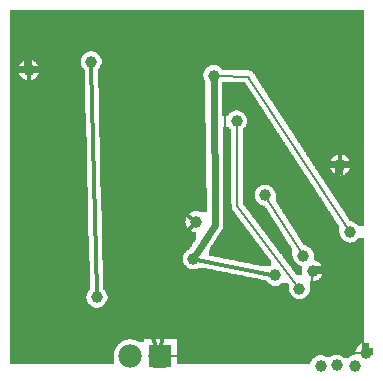
<source format=gbl>
G04 MADE WITH FRITZING*
G04 WWW.FRITZING.ORG*
G04 DOUBLE SIDED*
G04 HOLES PLATED*
G04 CONTOUR ON CENTER OF CONTOUR VECTOR*
%ASAXBY*%
%FSLAX23Y23*%
%MOIN*%
%OFA0B0*%
%SFA1.0B1.0*%
%ADD10C,0.075000*%
%ADD11C,0.078000*%
%ADD12C,0.039370*%
%ADD13R,0.078000X0.078000*%
%ADD14C,0.012000*%
%ADD15C,0.024000*%
%ADD16C,0.008000*%
%LNCOPPER0*%
G90*
G70*
G54D10*
X122Y1142D03*
X787Y443D03*
G54D11*
X539Y68D03*
X439Y68D03*
G54D12*
X718Y1002D03*
X795Y850D03*
X328Y263D03*
X1139Y704D03*
X309Y1048D03*
X101Y1020D03*
X658Y515D03*
X649Y390D03*
X889Y603D03*
X1017Y401D03*
X1003Y292D03*
X922Y336D03*
X1172Y480D03*
X1048Y351D03*
X1226Y79D03*
X1074Y34D03*
X1128Y36D03*
X1188Y35D03*
G54D13*
X539Y68D03*
G54D14*
X537Y1022D02*
X536Y604D01*
D02*
X536Y604D02*
X647Y523D01*
D02*
X579Y1070D02*
X537Y1022D01*
D02*
X997Y1068D02*
X579Y1070D01*
D02*
X1139Y718D02*
X1141Y871D01*
D02*
X1141Y871D02*
X997Y1068D01*
D02*
X486Y209D02*
X129Y207D01*
D02*
X328Y277D02*
X309Y1035D01*
D02*
X96Y241D02*
X101Y1007D01*
D02*
X129Y207D02*
X96Y241D01*
D02*
X530Y91D02*
X486Y209D01*
D02*
X650Y505D02*
X574Y413D01*
D02*
X574Y413D02*
X541Y93D01*
G54D15*
D02*
X660Y407D02*
X722Y505D01*
D02*
X722Y505D02*
X718Y983D01*
G54D16*
D02*
X1009Y413D02*
X896Y592D01*
D02*
X795Y837D02*
X796Y566D01*
D02*
X796Y566D02*
X995Y302D01*
G54D14*
D02*
X663Y388D02*
X909Y338D01*
G54D16*
D02*
X833Y999D02*
X1165Y491D01*
D02*
X731Y1002D02*
X833Y999D01*
D02*
X921Y75D02*
X1043Y203D01*
D02*
X1043Y203D02*
X1047Y338D01*
D02*
X563Y69D02*
X921Y75D01*
D02*
X1213Y79D02*
X563Y69D01*
D02*
X1039Y556D02*
X851Y895D01*
D02*
X755Y775D02*
X787Y443D01*
D02*
X851Y895D02*
X755Y960D01*
D02*
X1221Y91D02*
X1039Y556D01*
D02*
X755Y960D02*
X755Y775D01*
G36*
X40Y1220D02*
X40Y1084D01*
X316Y1084D01*
X316Y1082D01*
X320Y1082D01*
X320Y1080D01*
X324Y1080D01*
X324Y1078D01*
X328Y1078D01*
X328Y1076D01*
X330Y1076D01*
X330Y1074D01*
X332Y1074D01*
X332Y1072D01*
X334Y1072D01*
X334Y1070D01*
X336Y1070D01*
X336Y1068D01*
X338Y1068D01*
X338Y1064D01*
X340Y1064D01*
X340Y1062D01*
X342Y1062D01*
X342Y1056D01*
X344Y1056D01*
X344Y1040D01*
X342Y1040D01*
X342Y1038D01*
X724Y1038D01*
X724Y1036D01*
X730Y1036D01*
X730Y1034D01*
X734Y1034D01*
X734Y1032D01*
X736Y1032D01*
X736Y1030D01*
X738Y1030D01*
X738Y1028D01*
X740Y1028D01*
X740Y1026D01*
X742Y1026D01*
X742Y1024D01*
X744Y1024D01*
X744Y1022D01*
X764Y1022D01*
X764Y1020D01*
X834Y1020D01*
X834Y1018D01*
X842Y1018D01*
X842Y1016D01*
X846Y1016D01*
X846Y1014D01*
X848Y1014D01*
X848Y1012D01*
X850Y1012D01*
X850Y1008D01*
X852Y1008D01*
X852Y1006D01*
X854Y1006D01*
X854Y1002D01*
X856Y1002D01*
X856Y1000D01*
X858Y1000D01*
X858Y996D01*
X860Y996D01*
X860Y994D01*
X862Y994D01*
X862Y990D01*
X864Y990D01*
X864Y986D01*
X866Y986D01*
X866Y984D01*
X868Y984D01*
X868Y980D01*
X870Y980D01*
X870Y978D01*
X872Y978D01*
X872Y974D01*
X874Y974D01*
X874Y972D01*
X876Y972D01*
X876Y968D01*
X878Y968D01*
X878Y966D01*
X880Y966D01*
X880Y962D01*
X882Y962D01*
X882Y960D01*
X884Y960D01*
X884Y956D01*
X886Y956D01*
X886Y954D01*
X888Y954D01*
X888Y950D01*
X890Y950D01*
X890Y948D01*
X892Y948D01*
X892Y944D01*
X894Y944D01*
X894Y942D01*
X896Y942D01*
X896Y938D01*
X898Y938D01*
X898Y934D01*
X900Y934D01*
X900Y932D01*
X902Y932D01*
X902Y928D01*
X904Y928D01*
X904Y926D01*
X906Y926D01*
X906Y922D01*
X908Y922D01*
X908Y920D01*
X910Y920D01*
X910Y916D01*
X912Y916D01*
X912Y914D01*
X914Y914D01*
X914Y910D01*
X916Y910D01*
X916Y908D01*
X918Y908D01*
X918Y904D01*
X920Y904D01*
X920Y902D01*
X922Y902D01*
X922Y898D01*
X924Y898D01*
X924Y896D01*
X926Y896D01*
X926Y892D01*
X928Y892D01*
X928Y888D01*
X930Y888D01*
X930Y886D01*
X932Y886D01*
X932Y882D01*
X934Y882D01*
X934Y880D01*
X936Y880D01*
X936Y876D01*
X938Y876D01*
X938Y874D01*
X940Y874D01*
X940Y870D01*
X942Y870D01*
X942Y868D01*
X944Y868D01*
X944Y864D01*
X946Y864D01*
X946Y862D01*
X948Y862D01*
X948Y858D01*
X950Y858D01*
X950Y856D01*
X952Y856D01*
X952Y852D01*
X954Y852D01*
X954Y850D01*
X956Y850D01*
X956Y846D01*
X958Y846D01*
X958Y844D01*
X960Y844D01*
X960Y840D01*
X962Y840D01*
X962Y836D01*
X964Y836D01*
X964Y834D01*
X966Y834D01*
X966Y830D01*
X968Y830D01*
X968Y828D01*
X970Y828D01*
X970Y824D01*
X972Y824D01*
X972Y822D01*
X974Y822D01*
X974Y818D01*
X976Y818D01*
X976Y816D01*
X978Y816D01*
X978Y812D01*
X980Y812D01*
X980Y810D01*
X982Y810D01*
X982Y806D01*
X984Y806D01*
X984Y804D01*
X986Y804D01*
X986Y800D01*
X988Y800D01*
X988Y798D01*
X990Y798D01*
X990Y794D01*
X992Y794D01*
X992Y790D01*
X994Y790D01*
X994Y788D01*
X996Y788D01*
X996Y784D01*
X998Y784D01*
X998Y782D01*
X1000Y782D01*
X1000Y778D01*
X1002Y778D01*
X1002Y776D01*
X1004Y776D01*
X1004Y772D01*
X1006Y772D01*
X1006Y770D01*
X1008Y770D01*
X1008Y766D01*
X1010Y766D01*
X1010Y764D01*
X1012Y764D01*
X1012Y760D01*
X1014Y760D01*
X1014Y758D01*
X1016Y758D01*
X1016Y754D01*
X1018Y754D01*
X1018Y752D01*
X1020Y752D01*
X1020Y748D01*
X1022Y748D01*
X1022Y746D01*
X1024Y746D01*
X1024Y742D01*
X1026Y742D01*
X1026Y740D01*
X1146Y740D01*
X1146Y738D01*
X1152Y738D01*
X1152Y736D01*
X1156Y736D01*
X1156Y734D01*
X1158Y734D01*
X1158Y732D01*
X1160Y732D01*
X1160Y730D01*
X1162Y730D01*
X1162Y728D01*
X1164Y728D01*
X1164Y726D01*
X1166Y726D01*
X1166Y724D01*
X1168Y724D01*
X1168Y722D01*
X1170Y722D01*
X1170Y718D01*
X1172Y718D01*
X1172Y714D01*
X1174Y714D01*
X1174Y696D01*
X1172Y696D01*
X1172Y690D01*
X1170Y690D01*
X1170Y688D01*
X1168Y688D01*
X1168Y684D01*
X1166Y684D01*
X1166Y682D01*
X1164Y682D01*
X1164Y680D01*
X1162Y680D01*
X1162Y678D01*
X1160Y678D01*
X1160Y676D01*
X1156Y676D01*
X1156Y674D01*
X1154Y674D01*
X1154Y672D01*
X1150Y672D01*
X1150Y670D01*
X1142Y670D01*
X1142Y668D01*
X1218Y668D01*
X1218Y1220D01*
X40Y1220D01*
G37*
D02*
G36*
X40Y1084D02*
X40Y1056D01*
X108Y1056D01*
X108Y1054D01*
X114Y1054D01*
X114Y1052D01*
X118Y1052D01*
X118Y1050D01*
X120Y1050D01*
X120Y1048D01*
X122Y1048D01*
X122Y1046D01*
X124Y1046D01*
X124Y1044D01*
X126Y1044D01*
X126Y1042D01*
X128Y1042D01*
X128Y1040D01*
X130Y1040D01*
X130Y1038D01*
X132Y1038D01*
X132Y1034D01*
X134Y1034D01*
X134Y1030D01*
X136Y1030D01*
X136Y1012D01*
X134Y1012D01*
X134Y1006D01*
X132Y1006D01*
X132Y1004D01*
X130Y1004D01*
X130Y1000D01*
X128Y1000D01*
X128Y998D01*
X126Y998D01*
X126Y996D01*
X124Y996D01*
X124Y994D01*
X122Y994D01*
X122Y992D01*
X118Y992D01*
X118Y990D01*
X116Y990D01*
X116Y988D01*
X112Y988D01*
X112Y986D01*
X102Y986D01*
X102Y984D01*
X288Y984D01*
X288Y1022D01*
X286Y1022D01*
X286Y1024D01*
X284Y1024D01*
X284Y1026D01*
X282Y1026D01*
X282Y1028D01*
X280Y1028D01*
X280Y1032D01*
X278Y1032D01*
X278Y1034D01*
X276Y1034D01*
X276Y1040D01*
X274Y1040D01*
X274Y1058D01*
X276Y1058D01*
X276Y1062D01*
X278Y1062D01*
X278Y1066D01*
X280Y1066D01*
X280Y1068D01*
X282Y1068D01*
X282Y1070D01*
X284Y1070D01*
X284Y1072D01*
X286Y1072D01*
X286Y1074D01*
X288Y1074D01*
X288Y1076D01*
X290Y1076D01*
X290Y1078D01*
X294Y1078D01*
X294Y1080D01*
X296Y1080D01*
X296Y1082D01*
X302Y1082D01*
X302Y1084D01*
X40Y1084D01*
G37*
D02*
G36*
X40Y1056D02*
X40Y984D01*
X100Y984D01*
X100Y986D01*
X92Y986D01*
X92Y988D01*
X88Y988D01*
X88Y990D01*
X84Y990D01*
X84Y992D01*
X82Y992D01*
X82Y994D01*
X78Y994D01*
X78Y996D01*
X76Y996D01*
X76Y998D01*
X74Y998D01*
X74Y1002D01*
X72Y1002D01*
X72Y1004D01*
X70Y1004D01*
X70Y1008D01*
X68Y1008D01*
X68Y1012D01*
X66Y1012D01*
X66Y1028D01*
X68Y1028D01*
X68Y1034D01*
X70Y1034D01*
X70Y1036D01*
X72Y1036D01*
X72Y1040D01*
X74Y1040D01*
X74Y1042D01*
X76Y1042D01*
X76Y1044D01*
X78Y1044D01*
X78Y1046D01*
X80Y1046D01*
X80Y1048D01*
X82Y1048D01*
X82Y1050D01*
X86Y1050D01*
X86Y1052D01*
X88Y1052D01*
X88Y1054D01*
X94Y1054D01*
X94Y1056D01*
X40Y1056D01*
G37*
D02*
G36*
X342Y1038D02*
X342Y1036D01*
X340Y1036D01*
X340Y1032D01*
X338Y1032D01*
X338Y1028D01*
X336Y1028D01*
X336Y1026D01*
X334Y1026D01*
X334Y1024D01*
X332Y1024D01*
X332Y960D01*
X334Y960D01*
X334Y878D01*
X336Y878D01*
X336Y796D01*
X338Y796D01*
X338Y714D01*
X340Y714D01*
X340Y632D01*
X342Y632D01*
X342Y550D01*
X668Y550D01*
X668Y548D01*
X672Y548D01*
X672Y546D01*
X694Y546D01*
X694Y628D01*
X692Y628D01*
X692Y844D01*
X690Y844D01*
X690Y984D01*
X688Y984D01*
X688Y986D01*
X686Y986D01*
X686Y990D01*
X684Y990D01*
X684Y996D01*
X682Y996D01*
X682Y1010D01*
X684Y1010D01*
X684Y1014D01*
X686Y1014D01*
X686Y1018D01*
X688Y1018D01*
X688Y1022D01*
X690Y1022D01*
X690Y1024D01*
X692Y1024D01*
X692Y1026D01*
X694Y1026D01*
X694Y1028D01*
X696Y1028D01*
X696Y1030D01*
X698Y1030D01*
X698Y1032D01*
X702Y1032D01*
X702Y1034D01*
X706Y1034D01*
X706Y1036D01*
X710Y1036D01*
X710Y1038D01*
X342Y1038D01*
G37*
D02*
G36*
X40Y984D02*
X40Y982D01*
X288Y982D01*
X288Y984D01*
X40Y984D01*
G37*
D02*
G36*
X40Y984D02*
X40Y982D01*
X288Y982D01*
X288Y984D01*
X40Y984D01*
G37*
D02*
G36*
X40Y982D02*
X40Y228D01*
X320Y228D01*
X320Y230D01*
X316Y230D01*
X316Y232D01*
X312Y232D01*
X312Y234D01*
X308Y234D01*
X308Y236D01*
X306Y236D01*
X306Y238D01*
X304Y238D01*
X304Y240D01*
X302Y240D01*
X302Y242D01*
X300Y242D01*
X300Y244D01*
X298Y244D01*
X298Y248D01*
X296Y248D01*
X296Y252D01*
X294Y252D01*
X294Y258D01*
X292Y258D01*
X292Y268D01*
X294Y268D01*
X294Y274D01*
X296Y274D01*
X296Y278D01*
X298Y278D01*
X298Y282D01*
X300Y282D01*
X300Y284D01*
X302Y284D01*
X302Y286D01*
X304Y286D01*
X304Y384D01*
X302Y384D01*
X302Y466D01*
X300Y466D01*
X300Y550D01*
X298Y550D01*
X298Y632D01*
X296Y632D01*
X296Y714D01*
X294Y714D01*
X294Y796D01*
X292Y796D01*
X292Y878D01*
X290Y878D01*
X290Y960D01*
X288Y960D01*
X288Y982D01*
X40Y982D01*
G37*
D02*
G36*
X746Y980D02*
X746Y886D01*
X800Y886D01*
X800Y884D01*
X806Y884D01*
X806Y882D01*
X810Y882D01*
X810Y880D01*
X812Y880D01*
X812Y878D01*
X814Y878D01*
X814Y876D01*
X818Y876D01*
X818Y872D01*
X820Y872D01*
X820Y870D01*
X822Y870D01*
X822Y868D01*
X824Y868D01*
X824Y864D01*
X826Y864D01*
X826Y860D01*
X828Y860D01*
X828Y854D01*
X830Y854D01*
X830Y848D01*
X828Y848D01*
X828Y840D01*
X826Y840D01*
X826Y836D01*
X824Y836D01*
X824Y832D01*
X822Y832D01*
X822Y830D01*
X820Y830D01*
X820Y828D01*
X818Y828D01*
X818Y826D01*
X816Y826D01*
X816Y824D01*
X814Y824D01*
X814Y706D01*
X816Y706D01*
X816Y640D01*
X890Y640D01*
X890Y638D01*
X898Y638D01*
X898Y636D01*
X902Y636D01*
X902Y634D01*
X906Y634D01*
X906Y632D01*
X908Y632D01*
X908Y630D01*
X912Y630D01*
X912Y628D01*
X914Y628D01*
X914Y626D01*
X916Y626D01*
X916Y622D01*
X918Y622D01*
X918Y620D01*
X920Y620D01*
X920Y616D01*
X922Y616D01*
X922Y612D01*
X924Y612D01*
X924Y584D01*
X926Y584D01*
X926Y580D01*
X928Y580D01*
X928Y578D01*
X930Y578D01*
X930Y574D01*
X932Y574D01*
X932Y572D01*
X934Y572D01*
X934Y568D01*
X936Y568D01*
X936Y564D01*
X938Y564D01*
X938Y562D01*
X940Y562D01*
X940Y558D01*
X942Y558D01*
X942Y556D01*
X944Y556D01*
X944Y552D01*
X946Y552D01*
X946Y548D01*
X948Y548D01*
X948Y546D01*
X950Y546D01*
X950Y542D01*
X952Y542D01*
X952Y540D01*
X954Y540D01*
X954Y536D01*
X956Y536D01*
X956Y534D01*
X958Y534D01*
X958Y530D01*
X960Y530D01*
X960Y526D01*
X962Y526D01*
X962Y524D01*
X964Y524D01*
X964Y520D01*
X966Y520D01*
X966Y518D01*
X968Y518D01*
X968Y514D01*
X970Y514D01*
X970Y510D01*
X972Y510D01*
X972Y508D01*
X974Y508D01*
X974Y504D01*
X976Y504D01*
X976Y502D01*
X978Y502D01*
X978Y498D01*
X980Y498D01*
X980Y496D01*
X982Y496D01*
X982Y492D01*
X984Y492D01*
X984Y488D01*
X986Y488D01*
X986Y486D01*
X988Y486D01*
X988Y482D01*
X990Y482D01*
X990Y480D01*
X992Y480D01*
X992Y476D01*
X994Y476D01*
X994Y474D01*
X996Y474D01*
X996Y470D01*
X998Y470D01*
X998Y466D01*
X1000Y466D01*
X1000Y464D01*
X1002Y464D01*
X1002Y460D01*
X1004Y460D01*
X1004Y458D01*
X1006Y458D01*
X1006Y454D01*
X1008Y454D01*
X1008Y450D01*
X1010Y450D01*
X1010Y448D01*
X1012Y448D01*
X1012Y444D01*
X1168Y444D01*
X1168Y446D01*
X1162Y446D01*
X1162Y448D01*
X1158Y448D01*
X1158Y450D01*
X1154Y450D01*
X1154Y452D01*
X1152Y452D01*
X1152Y454D01*
X1150Y454D01*
X1150Y456D01*
X1148Y456D01*
X1148Y458D01*
X1146Y458D01*
X1146Y460D01*
X1144Y460D01*
X1144Y462D01*
X1142Y462D01*
X1142Y466D01*
X1140Y466D01*
X1140Y470D01*
X1138Y470D01*
X1138Y476D01*
X1136Y476D01*
X1136Y500D01*
X1134Y500D01*
X1134Y504D01*
X1132Y504D01*
X1132Y506D01*
X1130Y506D01*
X1130Y510D01*
X1128Y510D01*
X1128Y512D01*
X1126Y512D01*
X1126Y516D01*
X1124Y516D01*
X1124Y518D01*
X1122Y518D01*
X1122Y522D01*
X1120Y522D01*
X1120Y524D01*
X1118Y524D01*
X1118Y528D01*
X1116Y528D01*
X1116Y532D01*
X1114Y532D01*
X1114Y534D01*
X1112Y534D01*
X1112Y538D01*
X1110Y538D01*
X1110Y540D01*
X1108Y540D01*
X1108Y544D01*
X1106Y544D01*
X1106Y546D01*
X1104Y546D01*
X1104Y550D01*
X1102Y550D01*
X1102Y552D01*
X1100Y552D01*
X1100Y556D01*
X1098Y556D01*
X1098Y558D01*
X1096Y558D01*
X1096Y562D01*
X1094Y562D01*
X1094Y564D01*
X1092Y564D01*
X1092Y568D01*
X1090Y568D01*
X1090Y570D01*
X1088Y570D01*
X1088Y574D01*
X1086Y574D01*
X1086Y576D01*
X1084Y576D01*
X1084Y580D01*
X1082Y580D01*
X1082Y584D01*
X1080Y584D01*
X1080Y586D01*
X1078Y586D01*
X1078Y590D01*
X1076Y590D01*
X1076Y592D01*
X1074Y592D01*
X1074Y596D01*
X1072Y596D01*
X1072Y598D01*
X1070Y598D01*
X1070Y602D01*
X1068Y602D01*
X1068Y604D01*
X1066Y604D01*
X1066Y608D01*
X1064Y608D01*
X1064Y610D01*
X1062Y610D01*
X1062Y614D01*
X1060Y614D01*
X1060Y616D01*
X1058Y616D01*
X1058Y620D01*
X1056Y620D01*
X1056Y622D01*
X1054Y622D01*
X1054Y626D01*
X1052Y626D01*
X1052Y630D01*
X1050Y630D01*
X1050Y632D01*
X1048Y632D01*
X1048Y636D01*
X1046Y636D01*
X1046Y638D01*
X1044Y638D01*
X1044Y642D01*
X1042Y642D01*
X1042Y644D01*
X1040Y644D01*
X1040Y648D01*
X1038Y648D01*
X1038Y650D01*
X1036Y650D01*
X1036Y654D01*
X1034Y654D01*
X1034Y656D01*
X1032Y656D01*
X1032Y660D01*
X1030Y660D01*
X1030Y662D01*
X1028Y662D01*
X1028Y666D01*
X1026Y666D01*
X1026Y668D01*
X1024Y668D01*
X1024Y672D01*
X1022Y672D01*
X1022Y674D01*
X1020Y674D01*
X1020Y678D01*
X1018Y678D01*
X1018Y682D01*
X1016Y682D01*
X1016Y684D01*
X1014Y684D01*
X1014Y688D01*
X1012Y688D01*
X1012Y690D01*
X1010Y690D01*
X1010Y694D01*
X1008Y694D01*
X1008Y696D01*
X1006Y696D01*
X1006Y700D01*
X1004Y700D01*
X1004Y702D01*
X1002Y702D01*
X1002Y706D01*
X1000Y706D01*
X1000Y708D01*
X998Y708D01*
X998Y712D01*
X996Y712D01*
X996Y714D01*
X994Y714D01*
X994Y718D01*
X992Y718D01*
X992Y720D01*
X990Y720D01*
X990Y724D01*
X988Y724D01*
X988Y728D01*
X986Y728D01*
X986Y730D01*
X984Y730D01*
X984Y734D01*
X982Y734D01*
X982Y736D01*
X980Y736D01*
X980Y740D01*
X978Y740D01*
X978Y742D01*
X976Y742D01*
X976Y746D01*
X974Y746D01*
X974Y748D01*
X972Y748D01*
X972Y752D01*
X970Y752D01*
X970Y754D01*
X968Y754D01*
X968Y758D01*
X966Y758D01*
X966Y760D01*
X964Y760D01*
X964Y764D01*
X962Y764D01*
X962Y766D01*
X960Y766D01*
X960Y770D01*
X958Y770D01*
X958Y772D01*
X956Y772D01*
X956Y776D01*
X954Y776D01*
X954Y780D01*
X952Y780D01*
X952Y782D01*
X950Y782D01*
X950Y786D01*
X948Y786D01*
X948Y788D01*
X946Y788D01*
X946Y792D01*
X944Y792D01*
X944Y794D01*
X942Y794D01*
X942Y798D01*
X940Y798D01*
X940Y800D01*
X938Y800D01*
X938Y804D01*
X936Y804D01*
X936Y806D01*
X934Y806D01*
X934Y810D01*
X932Y810D01*
X932Y812D01*
X930Y812D01*
X930Y816D01*
X928Y816D01*
X928Y818D01*
X926Y818D01*
X926Y822D01*
X924Y822D01*
X924Y824D01*
X922Y824D01*
X922Y828D01*
X920Y828D01*
X920Y832D01*
X918Y832D01*
X918Y834D01*
X916Y834D01*
X916Y838D01*
X914Y838D01*
X914Y840D01*
X912Y840D01*
X912Y844D01*
X910Y844D01*
X910Y846D01*
X908Y846D01*
X908Y850D01*
X906Y850D01*
X906Y852D01*
X904Y852D01*
X904Y856D01*
X902Y856D01*
X902Y858D01*
X900Y858D01*
X900Y862D01*
X898Y862D01*
X898Y864D01*
X896Y864D01*
X896Y868D01*
X894Y868D01*
X894Y870D01*
X892Y870D01*
X892Y874D01*
X890Y874D01*
X890Y878D01*
X888Y878D01*
X888Y880D01*
X886Y880D01*
X886Y884D01*
X884Y884D01*
X884Y886D01*
X882Y886D01*
X882Y890D01*
X880Y890D01*
X880Y892D01*
X878Y892D01*
X878Y896D01*
X876Y896D01*
X876Y898D01*
X874Y898D01*
X874Y902D01*
X872Y902D01*
X872Y904D01*
X870Y904D01*
X870Y908D01*
X868Y908D01*
X868Y910D01*
X866Y910D01*
X866Y914D01*
X864Y914D01*
X864Y916D01*
X862Y916D01*
X862Y920D01*
X860Y920D01*
X860Y922D01*
X858Y922D01*
X858Y926D01*
X856Y926D01*
X856Y930D01*
X854Y930D01*
X854Y932D01*
X852Y932D01*
X852Y936D01*
X850Y936D01*
X850Y938D01*
X848Y938D01*
X848Y942D01*
X846Y942D01*
X846Y944D01*
X844Y944D01*
X844Y948D01*
X842Y948D01*
X842Y950D01*
X840Y950D01*
X840Y954D01*
X838Y954D01*
X838Y956D01*
X836Y956D01*
X836Y960D01*
X834Y960D01*
X834Y962D01*
X832Y962D01*
X832Y966D01*
X830Y966D01*
X830Y968D01*
X828Y968D01*
X828Y972D01*
X826Y972D01*
X826Y976D01*
X824Y976D01*
X824Y978D01*
X822Y978D01*
X822Y980D01*
X746Y980D01*
G37*
D02*
G36*
X746Y886D02*
X746Y868D01*
X766Y868D01*
X766Y872D01*
X768Y872D01*
X768Y874D01*
X770Y874D01*
X770Y876D01*
X772Y876D01*
X772Y878D01*
X776Y878D01*
X776Y880D01*
X778Y880D01*
X778Y882D01*
X782Y882D01*
X782Y884D01*
X788Y884D01*
X788Y886D01*
X746Y886D01*
G37*
D02*
G36*
X1026Y740D02*
X1026Y738D01*
X1028Y738D01*
X1028Y736D01*
X1030Y736D01*
X1030Y732D01*
X1032Y732D01*
X1032Y730D01*
X1034Y730D01*
X1034Y726D01*
X1036Y726D01*
X1036Y724D01*
X1038Y724D01*
X1038Y720D01*
X1040Y720D01*
X1040Y718D01*
X1042Y718D01*
X1042Y714D01*
X1044Y714D01*
X1044Y712D01*
X1046Y712D01*
X1046Y708D01*
X1048Y708D01*
X1048Y706D01*
X1050Y706D01*
X1050Y702D01*
X1052Y702D01*
X1052Y700D01*
X1054Y700D01*
X1054Y696D01*
X1056Y696D01*
X1056Y692D01*
X1058Y692D01*
X1058Y690D01*
X1060Y690D01*
X1060Y686D01*
X1062Y686D01*
X1062Y684D01*
X1064Y684D01*
X1064Y680D01*
X1066Y680D01*
X1066Y678D01*
X1068Y678D01*
X1068Y674D01*
X1070Y674D01*
X1070Y672D01*
X1072Y672D01*
X1072Y668D01*
X1138Y668D01*
X1138Y670D01*
X1130Y670D01*
X1130Y672D01*
X1126Y672D01*
X1126Y674D01*
X1122Y674D01*
X1122Y676D01*
X1120Y676D01*
X1120Y678D01*
X1116Y678D01*
X1116Y680D01*
X1114Y680D01*
X1114Y682D01*
X1112Y682D01*
X1112Y686D01*
X1110Y686D01*
X1110Y688D01*
X1108Y688D01*
X1108Y692D01*
X1106Y692D01*
X1106Y696D01*
X1104Y696D01*
X1104Y712D01*
X1106Y712D01*
X1106Y718D01*
X1108Y718D01*
X1108Y720D01*
X1110Y720D01*
X1110Y724D01*
X1112Y724D01*
X1112Y726D01*
X1114Y726D01*
X1114Y728D01*
X1116Y728D01*
X1116Y730D01*
X1118Y730D01*
X1118Y732D01*
X1120Y732D01*
X1120Y734D01*
X1124Y734D01*
X1124Y736D01*
X1128Y736D01*
X1128Y738D01*
X1132Y738D01*
X1132Y740D01*
X1026Y740D01*
G37*
D02*
G36*
X1074Y668D02*
X1074Y666D01*
X1218Y666D01*
X1218Y668D01*
X1074Y668D01*
G37*
D02*
G36*
X1074Y668D02*
X1074Y666D01*
X1218Y666D01*
X1218Y668D01*
X1074Y668D01*
G37*
D02*
G36*
X1076Y666D02*
X1076Y662D01*
X1078Y662D01*
X1078Y660D01*
X1080Y660D01*
X1080Y656D01*
X1082Y656D01*
X1082Y654D01*
X1084Y654D01*
X1084Y650D01*
X1086Y650D01*
X1086Y648D01*
X1088Y648D01*
X1088Y644D01*
X1090Y644D01*
X1090Y640D01*
X1092Y640D01*
X1092Y638D01*
X1094Y638D01*
X1094Y634D01*
X1096Y634D01*
X1096Y632D01*
X1098Y632D01*
X1098Y628D01*
X1100Y628D01*
X1100Y626D01*
X1102Y626D01*
X1102Y622D01*
X1104Y622D01*
X1104Y620D01*
X1106Y620D01*
X1106Y616D01*
X1108Y616D01*
X1108Y614D01*
X1110Y614D01*
X1110Y610D01*
X1112Y610D01*
X1112Y608D01*
X1114Y608D01*
X1114Y604D01*
X1116Y604D01*
X1116Y602D01*
X1118Y602D01*
X1118Y598D01*
X1120Y598D01*
X1120Y596D01*
X1122Y596D01*
X1122Y592D01*
X1124Y592D01*
X1124Y588D01*
X1126Y588D01*
X1126Y586D01*
X1128Y586D01*
X1128Y582D01*
X1130Y582D01*
X1130Y580D01*
X1132Y580D01*
X1132Y576D01*
X1134Y576D01*
X1134Y574D01*
X1136Y574D01*
X1136Y570D01*
X1138Y570D01*
X1138Y568D01*
X1140Y568D01*
X1140Y564D01*
X1142Y564D01*
X1142Y562D01*
X1144Y562D01*
X1144Y558D01*
X1146Y558D01*
X1146Y556D01*
X1148Y556D01*
X1148Y552D01*
X1150Y552D01*
X1150Y550D01*
X1152Y550D01*
X1152Y546D01*
X1154Y546D01*
X1154Y542D01*
X1156Y542D01*
X1156Y540D01*
X1158Y540D01*
X1158Y536D01*
X1160Y536D01*
X1160Y534D01*
X1162Y534D01*
X1162Y530D01*
X1164Y530D01*
X1164Y528D01*
X1166Y528D01*
X1166Y524D01*
X1168Y524D01*
X1168Y522D01*
X1170Y522D01*
X1170Y518D01*
X1172Y518D01*
X1172Y516D01*
X1178Y516D01*
X1178Y514D01*
X1184Y514D01*
X1184Y512D01*
X1188Y512D01*
X1188Y510D01*
X1190Y510D01*
X1190Y508D01*
X1192Y508D01*
X1192Y506D01*
X1196Y506D01*
X1196Y504D01*
X1198Y504D01*
X1198Y500D01*
X1218Y500D01*
X1218Y666D01*
X1076Y666D01*
G37*
D02*
G36*
X816Y640D02*
X816Y572D01*
X818Y572D01*
X818Y570D01*
X820Y570D01*
X820Y566D01*
X822Y566D01*
X822Y564D01*
X824Y564D01*
X824Y562D01*
X826Y562D01*
X826Y558D01*
X828Y558D01*
X828Y556D01*
X830Y556D01*
X830Y554D01*
X832Y554D01*
X832Y550D01*
X834Y550D01*
X834Y548D01*
X836Y548D01*
X836Y546D01*
X838Y546D01*
X838Y542D01*
X840Y542D01*
X840Y540D01*
X842Y540D01*
X842Y538D01*
X844Y538D01*
X844Y534D01*
X846Y534D01*
X846Y532D01*
X848Y532D01*
X848Y530D01*
X850Y530D01*
X850Y526D01*
X852Y526D01*
X852Y524D01*
X854Y524D01*
X854Y522D01*
X856Y522D01*
X856Y520D01*
X858Y520D01*
X858Y516D01*
X860Y516D01*
X860Y514D01*
X862Y514D01*
X862Y512D01*
X864Y512D01*
X864Y508D01*
X866Y508D01*
X866Y506D01*
X868Y506D01*
X868Y504D01*
X870Y504D01*
X870Y500D01*
X872Y500D01*
X872Y498D01*
X874Y498D01*
X874Y496D01*
X876Y496D01*
X876Y492D01*
X878Y492D01*
X878Y490D01*
X880Y490D01*
X880Y488D01*
X882Y488D01*
X882Y484D01*
X884Y484D01*
X884Y482D01*
X886Y482D01*
X886Y480D01*
X888Y480D01*
X888Y476D01*
X890Y476D01*
X890Y474D01*
X892Y474D01*
X892Y472D01*
X894Y472D01*
X894Y468D01*
X896Y468D01*
X896Y466D01*
X898Y466D01*
X898Y464D01*
X900Y464D01*
X900Y460D01*
X902Y460D01*
X902Y458D01*
X904Y458D01*
X904Y456D01*
X906Y456D01*
X906Y452D01*
X908Y452D01*
X908Y450D01*
X910Y450D01*
X910Y448D01*
X912Y448D01*
X912Y444D01*
X914Y444D01*
X914Y442D01*
X916Y442D01*
X916Y440D01*
X918Y440D01*
X918Y436D01*
X920Y436D01*
X920Y434D01*
X922Y434D01*
X922Y432D01*
X924Y432D01*
X924Y428D01*
X926Y428D01*
X926Y426D01*
X928Y426D01*
X928Y424D01*
X930Y424D01*
X930Y420D01*
X932Y420D01*
X932Y418D01*
X934Y418D01*
X934Y416D01*
X936Y416D01*
X936Y412D01*
X938Y412D01*
X938Y410D01*
X940Y410D01*
X940Y408D01*
X942Y408D01*
X942Y406D01*
X944Y406D01*
X944Y402D01*
X946Y402D01*
X946Y400D01*
X948Y400D01*
X948Y398D01*
X950Y398D01*
X950Y394D01*
X952Y394D01*
X952Y392D01*
X954Y392D01*
X954Y390D01*
X956Y390D01*
X956Y386D01*
X958Y386D01*
X958Y384D01*
X960Y384D01*
X960Y382D01*
X962Y382D01*
X962Y378D01*
X964Y378D01*
X964Y376D01*
X966Y376D01*
X966Y374D01*
X968Y374D01*
X968Y370D01*
X970Y370D01*
X970Y368D01*
X972Y368D01*
X972Y366D01*
X974Y366D01*
X974Y362D01*
X976Y362D01*
X976Y360D01*
X978Y360D01*
X978Y358D01*
X980Y358D01*
X980Y354D01*
X982Y354D01*
X982Y352D01*
X984Y352D01*
X984Y350D01*
X986Y350D01*
X986Y346D01*
X988Y346D01*
X988Y344D01*
X990Y344D01*
X990Y342D01*
X992Y342D01*
X992Y338D01*
X1012Y338D01*
X1012Y366D01*
X1010Y366D01*
X1010Y368D01*
X1004Y368D01*
X1004Y370D01*
X1000Y370D01*
X1000Y372D01*
X998Y372D01*
X998Y374D01*
X996Y374D01*
X996Y376D01*
X992Y376D01*
X992Y380D01*
X990Y380D01*
X990Y382D01*
X988Y382D01*
X988Y384D01*
X986Y384D01*
X986Y388D01*
X984Y388D01*
X984Y392D01*
X982Y392D01*
X982Y400D01*
X980Y400D01*
X980Y424D01*
X978Y424D01*
X978Y426D01*
X976Y426D01*
X976Y430D01*
X974Y430D01*
X974Y434D01*
X972Y434D01*
X972Y436D01*
X970Y436D01*
X970Y440D01*
X968Y440D01*
X968Y442D01*
X966Y442D01*
X966Y446D01*
X964Y446D01*
X964Y448D01*
X962Y448D01*
X962Y452D01*
X960Y452D01*
X960Y456D01*
X958Y456D01*
X958Y458D01*
X956Y458D01*
X956Y462D01*
X954Y462D01*
X954Y464D01*
X952Y464D01*
X952Y468D01*
X950Y468D01*
X950Y470D01*
X948Y470D01*
X948Y474D01*
X946Y474D01*
X946Y478D01*
X944Y478D01*
X944Y480D01*
X942Y480D01*
X942Y484D01*
X940Y484D01*
X940Y486D01*
X938Y486D01*
X938Y490D01*
X936Y490D01*
X936Y494D01*
X934Y494D01*
X934Y496D01*
X932Y496D01*
X932Y500D01*
X930Y500D01*
X930Y502D01*
X928Y502D01*
X928Y506D01*
X926Y506D01*
X926Y508D01*
X924Y508D01*
X924Y512D01*
X922Y512D01*
X922Y516D01*
X920Y516D01*
X920Y518D01*
X918Y518D01*
X918Y522D01*
X916Y522D01*
X916Y524D01*
X914Y524D01*
X914Y528D01*
X912Y528D01*
X912Y530D01*
X910Y530D01*
X910Y534D01*
X908Y534D01*
X908Y538D01*
X906Y538D01*
X906Y540D01*
X904Y540D01*
X904Y544D01*
X902Y544D01*
X902Y546D01*
X900Y546D01*
X900Y550D01*
X898Y550D01*
X898Y554D01*
X896Y554D01*
X896Y556D01*
X894Y556D01*
X894Y560D01*
X892Y560D01*
X892Y562D01*
X890Y562D01*
X890Y566D01*
X888Y566D01*
X888Y568D01*
X882Y568D01*
X882Y570D01*
X876Y570D01*
X876Y572D01*
X872Y572D01*
X872Y574D01*
X870Y574D01*
X870Y576D01*
X868Y576D01*
X868Y578D01*
X866Y578D01*
X866Y580D01*
X864Y580D01*
X864Y582D01*
X862Y582D01*
X862Y584D01*
X860Y584D01*
X860Y586D01*
X858Y586D01*
X858Y590D01*
X856Y590D01*
X856Y594D01*
X854Y594D01*
X854Y612D01*
X856Y612D01*
X856Y618D01*
X858Y618D01*
X858Y620D01*
X860Y620D01*
X860Y624D01*
X862Y624D01*
X862Y626D01*
X864Y626D01*
X864Y628D01*
X866Y628D01*
X866Y630D01*
X868Y630D01*
X868Y632D01*
X872Y632D01*
X872Y634D01*
X874Y634D01*
X874Y636D01*
X880Y636D01*
X880Y638D01*
X888Y638D01*
X888Y640D01*
X816Y640D01*
G37*
D02*
G36*
X344Y550D02*
X344Y468D01*
X346Y468D01*
X346Y386D01*
X348Y386D01*
X348Y356D01*
X640Y356D01*
X640Y358D01*
X636Y358D01*
X636Y360D01*
X632Y360D01*
X632Y362D01*
X630Y362D01*
X630Y364D01*
X628Y364D01*
X628Y366D01*
X624Y366D01*
X624Y370D01*
X622Y370D01*
X622Y372D01*
X620Y372D01*
X620Y374D01*
X618Y374D01*
X618Y378D01*
X616Y378D01*
X616Y382D01*
X614Y382D01*
X614Y398D01*
X616Y398D01*
X616Y404D01*
X618Y404D01*
X618Y406D01*
X620Y406D01*
X620Y410D01*
X622Y410D01*
X622Y412D01*
X624Y412D01*
X624Y414D01*
X626Y414D01*
X626Y416D01*
X628Y416D01*
X628Y418D01*
X630Y418D01*
X630Y420D01*
X634Y420D01*
X634Y422D01*
X636Y422D01*
X636Y424D01*
X638Y424D01*
X638Y426D01*
X640Y426D01*
X640Y430D01*
X642Y430D01*
X642Y432D01*
X644Y432D01*
X644Y436D01*
X646Y436D01*
X646Y440D01*
X648Y440D01*
X648Y442D01*
X650Y442D01*
X650Y446D01*
X652Y446D01*
X652Y448D01*
X654Y448D01*
X654Y452D01*
X656Y452D01*
X656Y454D01*
X658Y454D01*
X658Y458D01*
X660Y458D01*
X660Y480D01*
X650Y480D01*
X650Y482D01*
X646Y482D01*
X646Y484D01*
X642Y484D01*
X642Y486D01*
X640Y486D01*
X640Y488D01*
X636Y488D01*
X636Y490D01*
X634Y490D01*
X634Y492D01*
X632Y492D01*
X632Y494D01*
X630Y494D01*
X630Y498D01*
X628Y498D01*
X628Y500D01*
X626Y500D01*
X626Y504D01*
X624Y504D01*
X624Y512D01*
X622Y512D01*
X622Y518D01*
X624Y518D01*
X624Y526D01*
X626Y526D01*
X626Y530D01*
X628Y530D01*
X628Y534D01*
X630Y534D01*
X630Y536D01*
X632Y536D01*
X632Y538D01*
X634Y538D01*
X634Y540D01*
X636Y540D01*
X636Y542D01*
X638Y542D01*
X638Y544D01*
X642Y544D01*
X642Y546D01*
X644Y546D01*
X644Y548D01*
X650Y548D01*
X650Y550D01*
X344Y550D01*
G37*
D02*
G36*
X1198Y460D02*
X1198Y456D01*
X1196Y456D01*
X1196Y454D01*
X1192Y454D01*
X1192Y452D01*
X1190Y452D01*
X1190Y450D01*
X1188Y450D01*
X1188Y448D01*
X1184Y448D01*
X1184Y446D01*
X1176Y446D01*
X1176Y444D01*
X1218Y444D01*
X1218Y460D01*
X1198Y460D01*
G37*
D02*
G36*
X1014Y444D02*
X1014Y442D01*
X1218Y442D01*
X1218Y444D01*
X1014Y444D01*
G37*
D02*
G36*
X1014Y444D02*
X1014Y442D01*
X1218Y442D01*
X1218Y444D01*
X1014Y444D01*
G37*
D02*
G36*
X1016Y442D02*
X1016Y438D01*
X1018Y438D01*
X1018Y436D01*
X1026Y436D01*
X1026Y434D01*
X1030Y434D01*
X1030Y432D01*
X1034Y432D01*
X1034Y430D01*
X1036Y430D01*
X1036Y428D01*
X1040Y428D01*
X1040Y426D01*
X1042Y426D01*
X1042Y422D01*
X1044Y422D01*
X1044Y420D01*
X1046Y420D01*
X1046Y418D01*
X1048Y418D01*
X1048Y414D01*
X1050Y414D01*
X1050Y410D01*
X1052Y410D01*
X1052Y386D01*
X1056Y386D01*
X1056Y384D01*
X1062Y384D01*
X1062Y382D01*
X1064Y382D01*
X1064Y380D01*
X1068Y380D01*
X1068Y378D01*
X1070Y378D01*
X1070Y376D01*
X1072Y376D01*
X1072Y374D01*
X1074Y374D01*
X1074Y372D01*
X1076Y372D01*
X1076Y368D01*
X1078Y368D01*
X1078Y366D01*
X1080Y366D01*
X1080Y362D01*
X1082Y362D01*
X1082Y354D01*
X1084Y354D01*
X1084Y348D01*
X1082Y348D01*
X1082Y340D01*
X1080Y340D01*
X1080Y336D01*
X1078Y336D01*
X1078Y334D01*
X1076Y334D01*
X1076Y330D01*
X1074Y330D01*
X1074Y328D01*
X1072Y328D01*
X1072Y326D01*
X1070Y326D01*
X1070Y324D01*
X1068Y324D01*
X1068Y322D01*
X1064Y322D01*
X1064Y320D01*
X1060Y320D01*
X1060Y318D01*
X1056Y318D01*
X1056Y316D01*
X1038Y316D01*
X1038Y282D01*
X1036Y282D01*
X1036Y278D01*
X1034Y278D01*
X1034Y274D01*
X1032Y274D01*
X1032Y272D01*
X1030Y272D01*
X1030Y270D01*
X1028Y270D01*
X1028Y268D01*
X1026Y268D01*
X1026Y266D01*
X1024Y266D01*
X1024Y264D01*
X1022Y264D01*
X1022Y262D01*
X1018Y262D01*
X1018Y260D01*
X1014Y260D01*
X1014Y258D01*
X1010Y258D01*
X1010Y256D01*
X1218Y256D01*
X1218Y442D01*
X1016Y442D01*
G37*
D02*
G36*
X666Y362D02*
X666Y360D01*
X664Y360D01*
X664Y358D01*
X658Y358D01*
X658Y356D01*
X706Y356D01*
X706Y358D01*
X696Y358D01*
X696Y360D01*
X686Y360D01*
X686Y362D01*
X666Y362D01*
G37*
D02*
G36*
X348Y356D02*
X348Y354D01*
X716Y354D01*
X716Y356D01*
X348Y356D01*
G37*
D02*
G36*
X348Y356D02*
X348Y354D01*
X716Y354D01*
X716Y356D01*
X348Y356D01*
G37*
D02*
G36*
X348Y354D02*
X348Y302D01*
X350Y302D01*
X350Y300D01*
X918Y300D01*
X918Y302D01*
X912Y302D01*
X912Y304D01*
X908Y304D01*
X908Y306D01*
X904Y306D01*
X904Y308D01*
X902Y308D01*
X902Y310D01*
X900Y310D01*
X900Y312D01*
X898Y312D01*
X898Y314D01*
X896Y314D01*
X896Y316D01*
X894Y316D01*
X894Y318D01*
X892Y318D01*
X892Y320D01*
X884Y320D01*
X884Y322D01*
X876Y322D01*
X876Y324D01*
X866Y324D01*
X866Y326D01*
X856Y326D01*
X856Y328D01*
X846Y328D01*
X846Y330D01*
X836Y330D01*
X836Y332D01*
X826Y332D01*
X826Y334D01*
X816Y334D01*
X816Y336D01*
X806Y336D01*
X806Y338D01*
X796Y338D01*
X796Y340D01*
X786Y340D01*
X786Y342D01*
X776Y342D01*
X776Y344D01*
X766Y344D01*
X766Y346D01*
X756Y346D01*
X756Y348D01*
X746Y348D01*
X746Y350D01*
X736Y350D01*
X736Y352D01*
X726Y352D01*
X726Y354D01*
X348Y354D01*
G37*
D02*
G36*
X942Y310D02*
X942Y308D01*
X940Y308D01*
X940Y306D01*
X938Y306D01*
X938Y304D01*
X934Y304D01*
X934Y302D01*
X928Y302D01*
X928Y300D01*
X968Y300D01*
X968Y306D01*
X966Y306D01*
X966Y310D01*
X942Y310D01*
G37*
D02*
G36*
X350Y300D02*
X350Y298D01*
X968Y298D01*
X968Y300D01*
X350Y300D01*
G37*
D02*
G36*
X350Y300D02*
X350Y298D01*
X968Y298D01*
X968Y300D01*
X350Y300D01*
G37*
D02*
G36*
X350Y298D02*
X350Y288D01*
X352Y288D01*
X352Y286D01*
X354Y286D01*
X354Y284D01*
X356Y284D01*
X356Y282D01*
X358Y282D01*
X358Y278D01*
X360Y278D01*
X360Y274D01*
X362Y274D01*
X362Y268D01*
X364Y268D01*
X364Y258D01*
X362Y258D01*
X362Y256D01*
X998Y256D01*
X998Y258D01*
X992Y258D01*
X992Y260D01*
X988Y260D01*
X988Y262D01*
X984Y262D01*
X984Y264D01*
X982Y264D01*
X982Y266D01*
X980Y266D01*
X980Y268D01*
X978Y268D01*
X978Y270D01*
X976Y270D01*
X976Y272D01*
X974Y272D01*
X974Y276D01*
X972Y276D01*
X972Y280D01*
X970Y280D01*
X970Y284D01*
X968Y284D01*
X968Y298D01*
X350Y298D01*
G37*
D02*
G36*
X362Y256D02*
X362Y254D01*
X1218Y254D01*
X1218Y256D01*
X362Y256D01*
G37*
D02*
G36*
X362Y256D02*
X362Y254D01*
X1218Y254D01*
X1218Y256D01*
X362Y256D01*
G37*
D02*
G36*
X362Y254D02*
X362Y252D01*
X360Y252D01*
X360Y248D01*
X358Y248D01*
X358Y246D01*
X356Y246D01*
X356Y242D01*
X354Y242D01*
X354Y240D01*
X352Y240D01*
X352Y238D01*
X350Y238D01*
X350Y236D01*
X348Y236D01*
X348Y234D01*
X344Y234D01*
X344Y232D01*
X340Y232D01*
X340Y230D01*
X336Y230D01*
X336Y228D01*
X1218Y228D01*
X1218Y254D01*
X362Y254D01*
G37*
D02*
G36*
X40Y228D02*
X40Y226D01*
X1218Y226D01*
X1218Y228D01*
X40Y228D01*
G37*
D02*
G36*
X40Y228D02*
X40Y226D01*
X1218Y226D01*
X1218Y228D01*
X40Y228D01*
G37*
D02*
G36*
X40Y226D02*
X40Y124D01*
X594Y124D01*
X594Y72D01*
X1132Y72D01*
X1132Y70D01*
X1138Y70D01*
X1138Y68D01*
X1142Y68D01*
X1142Y66D01*
X1146Y66D01*
X1146Y64D01*
X1148Y64D01*
X1148Y62D01*
X1168Y62D01*
X1168Y64D01*
X1172Y64D01*
X1172Y66D01*
X1174Y66D01*
X1174Y68D01*
X1180Y68D01*
X1180Y70D01*
X1190Y70D01*
X1190Y84D01*
X1192Y84D01*
X1192Y90D01*
X1194Y90D01*
X1194Y94D01*
X1196Y94D01*
X1196Y98D01*
X1198Y98D01*
X1198Y100D01*
X1200Y100D01*
X1200Y102D01*
X1202Y102D01*
X1202Y104D01*
X1204Y104D01*
X1204Y106D01*
X1206Y106D01*
X1206Y108D01*
X1210Y108D01*
X1210Y110D01*
X1212Y110D01*
X1212Y112D01*
X1218Y112D01*
X1218Y226D01*
X40Y226D01*
G37*
D02*
G36*
X40Y124D02*
X40Y42D01*
X384Y42D01*
X384Y78D01*
X386Y78D01*
X386Y84D01*
X388Y84D01*
X388Y90D01*
X390Y90D01*
X390Y92D01*
X392Y92D01*
X392Y96D01*
X394Y96D01*
X394Y98D01*
X396Y98D01*
X396Y102D01*
X398Y102D01*
X398Y104D01*
X400Y104D01*
X400Y106D01*
X402Y106D01*
X402Y108D01*
X404Y108D01*
X404Y110D01*
X408Y110D01*
X408Y112D01*
X410Y112D01*
X410Y114D01*
X412Y114D01*
X412Y116D01*
X416Y116D01*
X416Y118D01*
X420Y118D01*
X420Y120D01*
X424Y120D01*
X424Y122D01*
X432Y122D01*
X432Y124D01*
X40Y124D01*
G37*
D02*
G36*
X446Y124D02*
X446Y122D01*
X454Y122D01*
X454Y120D01*
X458Y120D01*
X458Y118D01*
X462Y118D01*
X462Y116D01*
X464Y116D01*
X464Y114D01*
X484Y114D01*
X484Y124D01*
X446Y124D01*
G37*
D02*
G36*
X594Y72D02*
X594Y70D01*
X1082Y70D01*
X1082Y68D01*
X1086Y68D01*
X1086Y66D01*
X1090Y66D01*
X1090Y64D01*
X1110Y64D01*
X1110Y66D01*
X1112Y66D01*
X1112Y68D01*
X1116Y68D01*
X1116Y70D01*
X1124Y70D01*
X1124Y72D01*
X594Y72D01*
G37*
D02*
G36*
X594Y70D02*
X594Y42D01*
X1040Y42D01*
X1040Y46D01*
X1042Y46D01*
X1042Y50D01*
X1044Y50D01*
X1044Y54D01*
X1046Y54D01*
X1046Y56D01*
X1048Y56D01*
X1048Y58D01*
X1050Y58D01*
X1050Y60D01*
X1052Y60D01*
X1052Y62D01*
X1054Y62D01*
X1054Y64D01*
X1058Y64D01*
X1058Y66D01*
X1062Y66D01*
X1062Y68D01*
X1066Y68D01*
X1066Y70D01*
X594Y70D01*
G37*
D02*
G36*
X748Y830D02*
X748Y630D01*
X750Y630D01*
X750Y498D01*
X748Y498D01*
X748Y492D01*
X746Y492D01*
X746Y490D01*
X744Y490D01*
X744Y486D01*
X742Y486D01*
X742Y482D01*
X740Y482D01*
X740Y480D01*
X738Y480D01*
X738Y476D01*
X736Y476D01*
X736Y474D01*
X734Y474D01*
X734Y470D01*
X732Y470D01*
X732Y466D01*
X730Y466D01*
X730Y464D01*
X728Y464D01*
X728Y460D01*
X726Y460D01*
X726Y458D01*
X724Y458D01*
X724Y454D01*
X722Y454D01*
X722Y452D01*
X720Y452D01*
X720Y448D01*
X718Y448D01*
X718Y444D01*
X716Y444D01*
X716Y442D01*
X714Y442D01*
X714Y438D01*
X712Y438D01*
X712Y436D01*
X710Y436D01*
X710Y432D01*
X708Y432D01*
X708Y430D01*
X706Y430D01*
X706Y426D01*
X704Y426D01*
X704Y422D01*
X702Y422D01*
X702Y402D01*
X710Y402D01*
X710Y400D01*
X720Y400D01*
X720Y398D01*
X730Y398D01*
X730Y396D01*
X740Y396D01*
X740Y394D01*
X750Y394D01*
X750Y392D01*
X760Y392D01*
X760Y390D01*
X770Y390D01*
X770Y388D01*
X780Y388D01*
X780Y386D01*
X790Y386D01*
X790Y384D01*
X800Y384D01*
X800Y382D01*
X810Y382D01*
X810Y380D01*
X820Y380D01*
X820Y378D01*
X830Y378D01*
X830Y376D01*
X840Y376D01*
X840Y374D01*
X850Y374D01*
X850Y372D01*
X860Y372D01*
X860Y370D01*
X870Y370D01*
X870Y368D01*
X880Y368D01*
X880Y366D01*
X908Y366D01*
X908Y386D01*
X906Y386D01*
X906Y388D01*
X904Y388D01*
X904Y392D01*
X902Y392D01*
X902Y394D01*
X900Y394D01*
X900Y396D01*
X898Y396D01*
X898Y400D01*
X896Y400D01*
X896Y402D01*
X894Y402D01*
X894Y404D01*
X892Y404D01*
X892Y408D01*
X890Y408D01*
X890Y410D01*
X888Y410D01*
X888Y412D01*
X886Y412D01*
X886Y416D01*
X884Y416D01*
X884Y418D01*
X882Y418D01*
X882Y420D01*
X880Y420D01*
X880Y424D01*
X878Y424D01*
X878Y426D01*
X876Y426D01*
X876Y428D01*
X874Y428D01*
X874Y432D01*
X872Y432D01*
X872Y434D01*
X870Y434D01*
X870Y436D01*
X868Y436D01*
X868Y440D01*
X866Y440D01*
X866Y442D01*
X864Y442D01*
X864Y444D01*
X862Y444D01*
X862Y448D01*
X860Y448D01*
X860Y450D01*
X858Y450D01*
X858Y452D01*
X856Y452D01*
X856Y456D01*
X854Y456D01*
X854Y458D01*
X852Y458D01*
X852Y460D01*
X850Y460D01*
X850Y464D01*
X848Y464D01*
X848Y466D01*
X846Y466D01*
X846Y468D01*
X844Y468D01*
X844Y472D01*
X842Y472D01*
X842Y474D01*
X840Y474D01*
X840Y476D01*
X838Y476D01*
X838Y480D01*
X836Y480D01*
X836Y482D01*
X834Y482D01*
X834Y484D01*
X832Y484D01*
X832Y488D01*
X830Y488D01*
X830Y490D01*
X828Y490D01*
X828Y492D01*
X826Y492D01*
X826Y496D01*
X824Y496D01*
X824Y498D01*
X822Y498D01*
X822Y500D01*
X820Y500D01*
X820Y502D01*
X818Y502D01*
X818Y506D01*
X816Y506D01*
X816Y508D01*
X814Y508D01*
X814Y510D01*
X812Y510D01*
X812Y514D01*
X810Y514D01*
X810Y516D01*
X808Y516D01*
X808Y518D01*
X806Y518D01*
X806Y522D01*
X804Y522D01*
X804Y524D01*
X802Y524D01*
X802Y526D01*
X800Y526D01*
X800Y530D01*
X798Y530D01*
X798Y532D01*
X796Y532D01*
X796Y534D01*
X794Y534D01*
X794Y538D01*
X792Y538D01*
X792Y540D01*
X790Y540D01*
X790Y542D01*
X788Y542D01*
X788Y546D01*
X786Y546D01*
X786Y548D01*
X784Y548D01*
X784Y550D01*
X782Y550D01*
X782Y554D01*
X780Y554D01*
X780Y556D01*
X778Y556D01*
X778Y562D01*
X776Y562D01*
X776Y704D01*
X774Y704D01*
X774Y824D01*
X770Y824D01*
X770Y826D01*
X768Y826D01*
X768Y830D01*
X748Y830D01*
G37*
D02*
G36*
X515Y54D02*
X560Y54D01*
X560Y26D01*
X515Y26D01*
X515Y54D01*
G37*
D02*
G36*
X1211Y110D02*
X1236Y110D01*
X1236Y90D01*
X1211Y90D01*
X1211Y110D01*
G37*
D02*
G36*
X1230Y95D02*
X1248Y95D01*
X1248Y70D01*
X1230Y70D01*
X1230Y95D01*
G37*
D02*
G36*
X1123Y700D02*
X1148Y700D01*
X1148Y670D01*
X1123Y670D01*
X1123Y700D01*
G37*
D02*
G36*
X1100Y719D02*
X1128Y719D01*
X1128Y694D01*
X1100Y694D01*
X1100Y719D01*
G37*
D02*
G36*
X1142Y719D02*
X1174Y719D01*
X1174Y694D01*
X1142Y694D01*
X1142Y719D01*
G37*
D02*
G36*
X87Y1060D02*
X112Y1060D01*
X112Y1030D01*
X87Y1030D01*
X87Y1060D01*
G37*
D02*
G36*
X62Y1035D02*
X92Y1035D01*
X92Y1010D01*
X62Y1010D01*
X62Y1035D01*
G37*
D02*
G36*
X106Y1035D02*
X136Y1035D01*
X136Y1010D01*
X106Y1010D01*
X106Y1035D01*
G37*
D02*
G36*
X1052Y367D02*
X1084Y367D01*
X1084Y342D01*
X1052Y342D01*
X1052Y367D01*
G37*
D02*
G04 End of Copper0*
M02*
</source>
